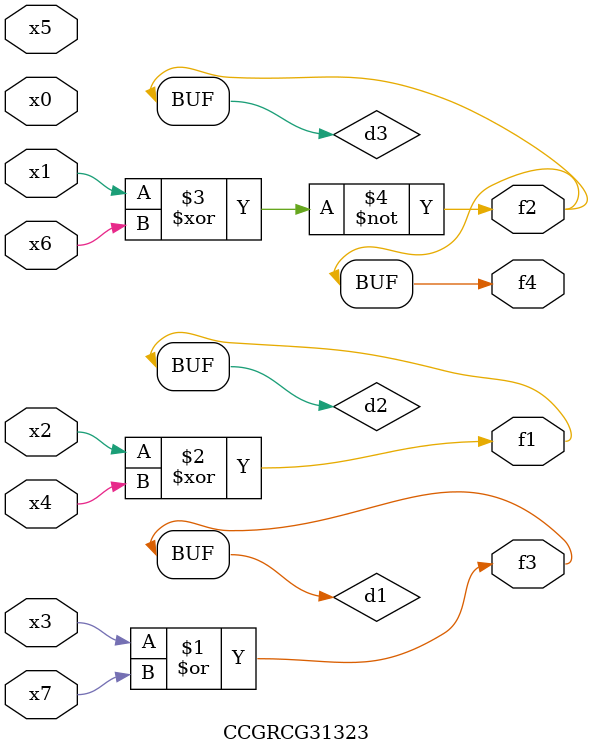
<source format=v>
module CCGRCG31323(
	input x0, x1, x2, x3, x4, x5, x6, x7,
	output f1, f2, f3, f4
);

	wire d1, d2, d3;

	or (d1, x3, x7);
	xor (d2, x2, x4);
	xnor (d3, x1, x6);
	assign f1 = d2;
	assign f2 = d3;
	assign f3 = d1;
	assign f4 = d3;
endmodule

</source>
